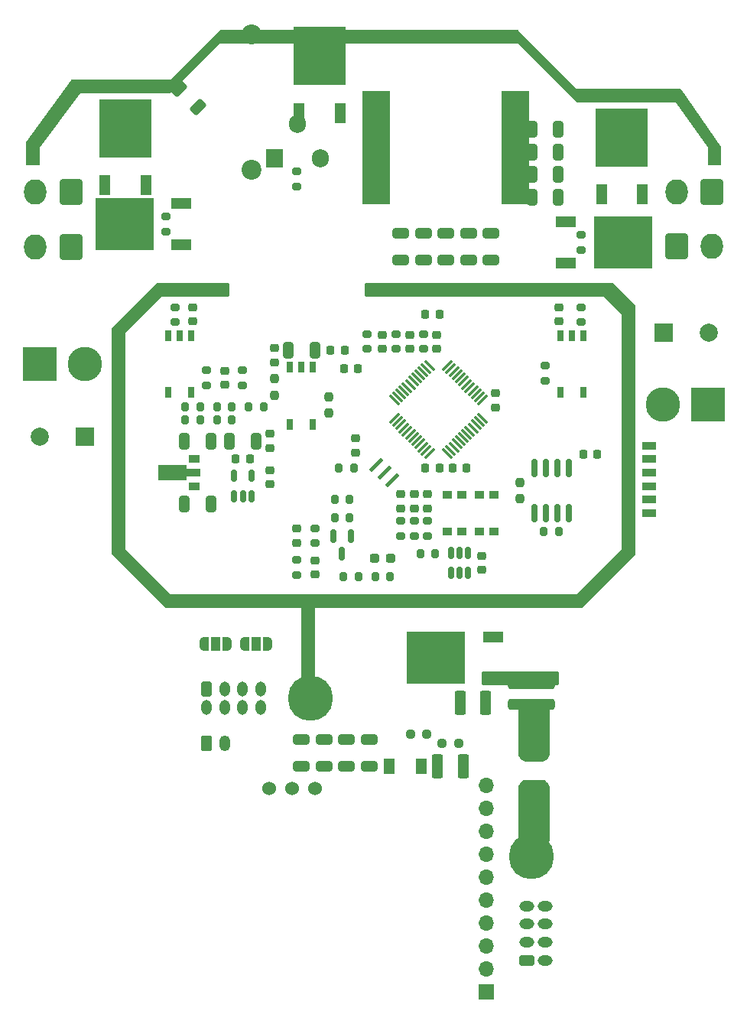
<source format=gbr>
G04 #@! TF.GenerationSoftware,KiCad,Pcbnew,(6.0.8)*
G04 #@! TF.CreationDate,2022-10-28T20:08:31+09:00*
G04 #@! TF.ProjectId,ORION_boost_v2,4f52494f-4e5f-4626-9f6f-73745f76322e,rev?*
G04 #@! TF.SameCoordinates,Original*
G04 #@! TF.FileFunction,Soldermask,Bot*
G04 #@! TF.FilePolarity,Negative*
%FSLAX46Y46*%
G04 Gerber Fmt 4.6, Leading zero omitted, Abs format (unit mm)*
G04 Created by KiCad (PCBNEW (6.0.8)) date 2022-10-28 20:08:31*
%MOMM*%
%LPD*%
G01*
G04 APERTURE LIST*
G04 Aperture macros list*
%AMRoundRect*
0 Rectangle with rounded corners*
0 $1 Rounding radius*
0 $2 $3 $4 $5 $6 $7 $8 $9 X,Y pos of 4 corners*
0 Add a 4 corners polygon primitive as box body*
4,1,4,$2,$3,$4,$5,$6,$7,$8,$9,$2,$3,0*
0 Add four circle primitives for the rounded corners*
1,1,$1+$1,$2,$3*
1,1,$1+$1,$4,$5*
1,1,$1+$1,$6,$7*
1,1,$1+$1,$8,$9*
0 Add four rect primitives between the rounded corners*
20,1,$1+$1,$2,$3,$4,$5,0*
20,1,$1+$1,$4,$5,$6,$7,0*
20,1,$1+$1,$6,$7,$8,$9,0*
20,1,$1+$1,$8,$9,$2,$3,0*%
%AMRotRect*
0 Rectangle, with rotation*
0 The origin of the aperture is its center*
0 $1 length*
0 $2 width*
0 $3 Rotation angle, in degrees counterclockwise*
0 Add horizontal line*
21,1,$1,$2,0,0,$3*%
%AMFreePoly0*
4,1,22,0.550000,-0.750000,0.000000,-0.750000,0.000000,-0.745033,-0.079941,-0.743568,-0.215256,-0.701293,-0.333266,-0.622738,-0.424486,-0.514219,-0.481581,-0.384460,-0.499164,-0.250000,-0.500000,-0.250000,-0.500000,0.250000,-0.499164,0.250000,-0.499963,0.256109,-0.478152,0.396186,-0.417904,0.524511,-0.324060,0.630769,-0.204165,0.706417,-0.067858,0.745374,0.000000,0.744959,0.000000,0.750000,
0.550000,0.750000,0.550000,-0.750000,0.550000,-0.750000,$1*%
%AMFreePoly1*
4,1,20,0.000000,0.744959,0.073905,0.744508,0.209726,0.703889,0.328688,0.626782,0.421226,0.519385,0.479903,0.390333,0.500000,0.250000,0.500000,-0.250000,0.499851,-0.262216,0.476331,-0.402017,0.414519,-0.529596,0.319384,-0.634700,0.198574,-0.708877,0.061801,-0.746166,0.000000,-0.745033,0.000000,-0.750000,-0.550000,-0.750000,-0.550000,0.750000,0.000000,0.750000,0.000000,0.744959,
0.000000,0.744959,$1*%
%AMFreePoly2*
4,1,9,3.862500,-0.866500,0.737500,-0.866500,0.737500,-0.450000,-0.737500,-0.450000,-0.737500,0.450000,0.737500,0.450000,0.737500,0.866500,3.862500,0.866500,3.862500,-0.866500,3.862500,-0.866500,$1*%
G04 Aperture macros list end*
%ADD10RoundRect,0.250000X-0.980000X-1.150000X0.980000X-1.150000X0.980000X1.150000X-0.980000X1.150000X0*%
%ADD11O,2.460000X2.800000*%
%ADD12R,3.800000X3.800000*%
%ADD13C,3.800000*%
%ADD14RoundRect,0.250000X-0.350000X-0.575000X0.350000X-0.575000X0.350000X0.575000X-0.350000X0.575000X0*%
%ADD15O,1.200000X1.650000*%
%ADD16RoundRect,0.250000X0.575000X-0.350000X0.575000X0.350000X-0.575000X0.350000X-0.575000X-0.350000X0*%
%ADD17O,1.650000X1.200000*%
%ADD18R,1.700000X1.700000*%
%ADD19O,1.700000X1.700000*%
%ADD20C,5.000000*%
%ADD21RoundRect,0.500000X-0.500000X2.000000X-0.500000X-2.000000X0.500000X-2.000000X0.500000X2.000000X0*%
%ADD22R,2.000000X2.000000*%
%ADD23C,2.000000*%
%ADD24RoundRect,0.250000X0.980000X1.150000X-0.980000X1.150000X-0.980000X-1.150000X0.980000X-1.150000X0*%
%ADD25RoundRect,0.225000X-0.575000X0.225000X-0.575000X-0.225000X0.575000X-0.225000X0.575000X0.225000X0*%
%ADD26C,1.524000*%
%ADD27RoundRect,0.250000X-0.350000X-0.625000X0.350000X-0.625000X0.350000X0.625000X-0.350000X0.625000X0*%
%ADD28O,1.200000X1.750000*%
%ADD29RoundRect,0.218750X-0.256250X0.218750X-0.256250X-0.218750X0.256250X-0.218750X0.256250X0.218750X0*%
%ADD30RoundRect,0.200000X0.275000X-0.200000X0.275000X0.200000X-0.275000X0.200000X-0.275000X-0.200000X0*%
%ADD31RoundRect,0.250000X-0.650000X0.325000X-0.650000X-0.325000X0.650000X-0.325000X0.650000X0.325000X0*%
%ADD32RoundRect,0.250000X0.325000X0.650000X-0.325000X0.650000X-0.325000X-0.650000X0.325000X-0.650000X0*%
%ADD33FreePoly0,0.000000*%
%ADD34R,1.000000X1.500000*%
%ADD35FreePoly1,0.000000*%
%ADD36RoundRect,0.200000X-0.275000X0.200000X-0.275000X-0.200000X0.275000X-0.200000X0.275000X0.200000X0*%
%ADD37RoundRect,0.225000X0.250000X-0.225000X0.250000X0.225000X-0.250000X0.225000X-0.250000X-0.225000X0*%
%ADD38RoundRect,0.250000X-0.325000X-0.650000X0.325000X-0.650000X0.325000X0.650000X-0.325000X0.650000X0*%
%ADD39RoundRect,0.237500X0.237500X-0.250000X0.237500X0.250000X-0.237500X0.250000X-0.237500X-0.250000X0*%
%ADD40RoundRect,0.150000X0.150000X-0.512500X0.150000X0.512500X-0.150000X0.512500X-0.150000X-0.512500X0*%
%ADD41RoundRect,0.250000X-0.662913X-0.220971X-0.220971X-0.662913X0.662913X0.220971X0.220971X0.662913X0*%
%ADD42RoundRect,0.200000X0.200000X0.275000X-0.200000X0.275000X-0.200000X-0.275000X0.200000X-0.275000X0*%
%ADD43RoundRect,0.225000X-0.250000X0.225000X-0.250000X-0.225000X0.250000X-0.225000X0.250000X0.225000X0*%
%ADD44RoundRect,0.218750X0.256250X-0.218750X0.256250X0.218750X-0.256250X0.218750X-0.256250X-0.218750X0*%
%ADD45R,5.800000X6.400000*%
%ADD46R,1.200000X2.200000*%
%ADD47RoundRect,0.225000X0.225000X0.250000X-0.225000X0.250000X-0.225000X-0.250000X0.225000X-0.250000X0*%
%ADD48RoundRect,0.237500X0.250000X0.237500X-0.250000X0.237500X-0.250000X-0.237500X0.250000X-0.237500X0*%
%ADD49RoundRect,0.200000X-0.200000X-0.275000X0.200000X-0.275000X0.200000X0.275000X-0.200000X0.275000X0*%
%ADD50RoundRect,0.225000X-0.225000X-0.250000X0.225000X-0.250000X0.225000X0.250000X-0.225000X0.250000X0*%
%ADD51RoundRect,0.075000X-0.415425X-0.521491X0.521491X0.415425X0.415425X0.521491X-0.521491X-0.415425X0*%
%ADD52RoundRect,0.075000X0.415425X-0.521491X0.521491X-0.415425X-0.415425X0.521491X-0.521491X0.415425X0*%
%ADD53RotRect,0.400000X1.900000X315.000000*%
%ADD54RoundRect,0.218750X-0.218750X-0.256250X0.218750X-0.256250X0.218750X0.256250X-0.218750X0.256250X0*%
%ADD55R,0.800000X1.200000*%
%ADD56RoundRect,0.250000X-0.375000X-1.075000X0.375000X-1.075000X0.375000X1.075000X-0.375000X1.075000X0*%
%ADD57RoundRect,0.237500X0.287500X0.237500X-0.287500X0.237500X-0.287500X-0.237500X0.287500X-0.237500X0*%
%ADD58RoundRect,0.250000X0.375000X1.075000X-0.375000X1.075000X-0.375000X-1.075000X0.375000X-1.075000X0*%
%ADD59R,1.905000X2.000000*%
%ADD60O,1.905000X2.000000*%
%ADD61RoundRect,0.150000X-0.150000X0.587500X-0.150000X-0.587500X0.150000X-0.587500X0.150000X0.587500X0*%
%ADD62RoundRect,0.150000X-0.150000X0.512500X-0.150000X-0.512500X0.150000X-0.512500X0.150000X0.512500X0*%
%ADD63RoundRect,0.237500X-0.237500X0.250000X-0.237500X-0.250000X0.237500X-0.250000X0.237500X0.250000X0*%
%ADD64R,1.000000X0.900000*%
%ADD65C,2.200000*%
%ADD66R,3.150000X12.500000*%
%ADD67R,2.200000X1.200000*%
%ADD68R,6.400000X5.800000*%
%ADD69RoundRect,0.250000X2.350000X-0.325000X2.350000X0.325000X-2.350000X0.325000X-2.350000X-0.325000X0*%
%ADD70R,1.300000X0.900000*%
%ADD71FreePoly2,180.000000*%
%ADD72RoundRect,0.237500X-0.250000X-0.237500X0.250000X-0.237500X0.250000X0.237500X-0.250000X0.237500X0*%
%ADD73FreePoly0,180.000000*%
%ADD74FreePoly1,180.000000*%
%ADD75RoundRect,0.150000X-0.150000X0.825000X-0.150000X-0.825000X0.150000X-0.825000X0.150000X0.825000X0*%
%ADD76R,1.300000X1.700000*%
G04 APERTURE END LIST*
D10*
X158520000Y-74950000D03*
D11*
X162480000Y-74950000D03*
D12*
X88000000Y-88000000D03*
D13*
X93000000Y-88000000D03*
D14*
X106500000Y-124000000D03*
D15*
X106500000Y-126000000D03*
X108500000Y-124000000D03*
X108500000Y-126000000D03*
X110500000Y-124000000D03*
X110500000Y-126000000D03*
X112500000Y-124000000D03*
X112500000Y-126000000D03*
D16*
X142000000Y-154000000D03*
D17*
X144000000Y-154000000D03*
X142000000Y-152000000D03*
X144000000Y-152000000D03*
X142000000Y-150000000D03*
X144000000Y-150000000D03*
X142000000Y-148000000D03*
X144000000Y-148000000D03*
D18*
X137500000Y-157500000D03*
D19*
X137500000Y-154960000D03*
X137500000Y-152420000D03*
X137500000Y-149880000D03*
X137500000Y-147340000D03*
X137500000Y-144800000D03*
X137500000Y-142260000D03*
X137500000Y-139720000D03*
X137500000Y-137180000D03*
X137500000Y-134640000D03*
D20*
X142500000Y-142500000D03*
D12*
X162000000Y-92500000D03*
D13*
X157000000Y-92500000D03*
D21*
X142500000Y-129250000D03*
X142500000Y-136750000D03*
D20*
X118000000Y-125000000D03*
D22*
X157132323Y-84500000D03*
D23*
X162132323Y-84500000D03*
D24*
X91480000Y-75050000D03*
D11*
X87520000Y-75050000D03*
D22*
X93000000Y-96000000D03*
D23*
X88000000Y-96000000D03*
D25*
X155500000Y-97000000D03*
X155500000Y-98500000D03*
X155500000Y-100000000D03*
X155500000Y-101500000D03*
X155500000Y-103000000D03*
X155500000Y-104500000D03*
D26*
X113460000Y-135000000D03*
X116000000Y-135000000D03*
X118540000Y-135000000D03*
D27*
X106500000Y-130000000D03*
D28*
X108500000Y-130000000D03*
D29*
X114000000Y-86212500D03*
X114000000Y-87787500D03*
D30*
X116500000Y-111325000D03*
X116500000Y-109675000D03*
D31*
X133000000Y-73525000D03*
X133000000Y-76475000D03*
D32*
X118475000Y-86500000D03*
X115525000Y-86500000D03*
D24*
X91480000Y-68950000D03*
D11*
X87520000Y-68950000D03*
D31*
X135500000Y-73525000D03*
X135500000Y-76475000D03*
D33*
X106200000Y-119000000D03*
D34*
X107500000Y-119000000D03*
D35*
X108800000Y-119000000D03*
D36*
X131000000Y-105350000D03*
X131000000Y-107000000D03*
D37*
X137000000Y-110775000D03*
X137000000Y-109225000D03*
D38*
X104025000Y-103500000D03*
X106975000Y-103500000D03*
D30*
X130500000Y-86325000D03*
X130500000Y-84675000D03*
D39*
X120000000Y-93412500D03*
X120000000Y-91587500D03*
D40*
X111475000Y-102637500D03*
X110525000Y-102637500D03*
X109575000Y-102637500D03*
X109575000Y-100362500D03*
X111475000Y-100362500D03*
D41*
X103465856Y-57465856D03*
X105534144Y-59534144D03*
D36*
X129500000Y-105350000D03*
X129500000Y-107000000D03*
D42*
X109300000Y-92710000D03*
X107650000Y-92710000D03*
D31*
X117000000Y-129525000D03*
X117000000Y-132475000D03*
D43*
X138500000Y-91225000D03*
X138500000Y-92775000D03*
D36*
X148000000Y-73675000D03*
X148000000Y-75325000D03*
D31*
X122000000Y-129525000D03*
X122000000Y-132475000D03*
D44*
X113525000Y-97287500D03*
X113525000Y-95712500D03*
D30*
X106500000Y-90325000D03*
X106500000Y-88675000D03*
D45*
X152500000Y-62900000D03*
D46*
X150220000Y-69200000D03*
X154780000Y-69200000D03*
D43*
X129000000Y-84725000D03*
X129000000Y-86275000D03*
D30*
X118500000Y-107825000D03*
X118500000Y-106175000D03*
D47*
X132275000Y-82500000D03*
X130725000Y-82500000D03*
D48*
X134412500Y-130000000D03*
X132587500Y-130000000D03*
D42*
X122325000Y-105000000D03*
X120675000Y-105000000D03*
D36*
X128000000Y-105350000D03*
X128000000Y-107000000D03*
D49*
X121675000Y-111500000D03*
X123325000Y-111500000D03*
X125175000Y-111500000D03*
X126825000Y-111500000D03*
D42*
X105800000Y-94200000D03*
X104150000Y-94200000D03*
D43*
X116500000Y-106225000D03*
X116500000Y-107775000D03*
D50*
X121725000Y-88500000D03*
X123275000Y-88500000D03*
D51*
X131176212Y-97887876D03*
X130822658Y-97534322D03*
X130469105Y-97180769D03*
X130115551Y-96827215D03*
X129761998Y-96473662D03*
X129408445Y-96120109D03*
X129054891Y-95766555D03*
X128701338Y-95413002D03*
X128347785Y-95059449D03*
X127994231Y-94705895D03*
X127640678Y-94352342D03*
X127287124Y-93998788D03*
D52*
X127287124Y-92001212D03*
X127640678Y-91647658D03*
X127994231Y-91294105D03*
X128347785Y-90940551D03*
X128701338Y-90586998D03*
X129054891Y-90233445D03*
X129408445Y-89879891D03*
X129761998Y-89526338D03*
X130115551Y-89172785D03*
X130469105Y-88819231D03*
X130822658Y-88465678D03*
X131176212Y-88112124D03*
D51*
X133173788Y-88112124D03*
X133527342Y-88465678D03*
X133880895Y-88819231D03*
X134234449Y-89172785D03*
X134588002Y-89526338D03*
X134941555Y-89879891D03*
X135295109Y-90233445D03*
X135648662Y-90586998D03*
X136002215Y-90940551D03*
X136355769Y-91294105D03*
X136709322Y-91647658D03*
X137062876Y-92001212D03*
D52*
X137062876Y-93998788D03*
X136709322Y-94352342D03*
X136355769Y-94705895D03*
X136002215Y-95059449D03*
X135648662Y-95413002D03*
X135295109Y-95766555D03*
X134941555Y-96120109D03*
X134588002Y-96473662D03*
X134234449Y-96827215D03*
X133880895Y-97180769D03*
X133527342Y-97534322D03*
X133173788Y-97887876D03*
D47*
X132275000Y-99500000D03*
X130725000Y-99500000D03*
D53*
X125326472Y-99151472D03*
X126175000Y-100000000D03*
X127023528Y-100848528D03*
D54*
X148212500Y-98000000D03*
X149787500Y-98000000D03*
D38*
X142525000Y-64500000D03*
X145475000Y-64500000D03*
D55*
X104770000Y-91150000D03*
X102230000Y-91150000D03*
X102230000Y-84850000D03*
X103500000Y-84850000D03*
X104770000Y-84850000D03*
D42*
X105800000Y-92700000D03*
X104150000Y-92700000D03*
D56*
X132100000Y-132500000D03*
X134900000Y-132500000D03*
D37*
X108500000Y-90275000D03*
X108500000Y-88725000D03*
D31*
X138000000Y-73525000D03*
X138000000Y-76475000D03*
D30*
X102000000Y-73325000D03*
X102000000Y-71675000D03*
D57*
X126875000Y-109500000D03*
X125125000Y-109500000D03*
D58*
X137400000Y-125500000D03*
X134600000Y-125500000D03*
D43*
X132000000Y-84725000D03*
X132000000Y-86275000D03*
D59*
X114000000Y-65217500D03*
D60*
X116540000Y-61407500D03*
X119080000Y-65217500D03*
D61*
X120550000Y-107062500D03*
X122450000Y-107062500D03*
X121500000Y-108937500D03*
D30*
X127500000Y-86325000D03*
X127500000Y-84675000D03*
D49*
X121175000Y-99500000D03*
X122825000Y-99500000D03*
D62*
X133550000Y-108862500D03*
X134500000Y-108862500D03*
X135450000Y-108862500D03*
X135450000Y-111137500D03*
X134500000Y-111137500D03*
X133550000Y-111137500D03*
D47*
X135275000Y-99500000D03*
X133725000Y-99500000D03*
D42*
X109290000Y-94180000D03*
X107640000Y-94180000D03*
D63*
X114000000Y-89587500D03*
X114000000Y-91412500D03*
D38*
X109050000Y-96500000D03*
X112000000Y-96500000D03*
D37*
X145500000Y-83275000D03*
X145500000Y-81725000D03*
D43*
X126000000Y-84725000D03*
X126000000Y-86275000D03*
D63*
X141175000Y-101087500D03*
X141175000Y-102912500D03*
D55*
X148270000Y-91150000D03*
X145730000Y-91150000D03*
X145730000Y-84850000D03*
X147000000Y-84850000D03*
X148270000Y-84850000D03*
D64*
X134800000Y-102450000D03*
X134800000Y-106550000D03*
X133200000Y-102450000D03*
X133200000Y-106550000D03*
D31*
X124500000Y-129525000D03*
X124500000Y-132475000D03*
D29*
X128000000Y-102387500D03*
X128000000Y-103962500D03*
D30*
X116500000Y-68325000D03*
X116500000Y-66675000D03*
D29*
X131000000Y-102387500D03*
X131000000Y-103962500D03*
D31*
X128000000Y-73525000D03*
X128000000Y-76475000D03*
D65*
X111500000Y-66500000D03*
X111500000Y-51500000D03*
D24*
X162480000Y-68950000D03*
D11*
X158520000Y-68950000D03*
D36*
X110500000Y-88675000D03*
X110500000Y-90325000D03*
D66*
X140675000Y-64000000D03*
X125325000Y-64000000D03*
D37*
X123000000Y-97775000D03*
X123000000Y-96225000D03*
D29*
X129500000Y-102387500D03*
X129500000Y-103962500D03*
D67*
X138200000Y-118220000D03*
D68*
X131900000Y-120500000D03*
D67*
X138200000Y-122780000D03*
D54*
X109737500Y-98500000D03*
X111312500Y-98500000D03*
D37*
X113525000Y-101275000D03*
X113525000Y-99725000D03*
D45*
X97500000Y-61900000D03*
D46*
X95220000Y-68200000D03*
X99780000Y-68200000D03*
D45*
X119000000Y-53900000D03*
D46*
X121280000Y-60200000D03*
X116720000Y-60200000D03*
D42*
X112800000Y-92700000D03*
X111150000Y-92700000D03*
D69*
X142500000Y-125625000D03*
X142500000Y-123375000D03*
D43*
X105000000Y-81725000D03*
X105000000Y-83275000D03*
D38*
X142525000Y-62000000D03*
X145475000Y-62000000D03*
D70*
X105150000Y-98500000D03*
D71*
X105062500Y-100000000D03*
D70*
X105150000Y-101500000D03*
D55*
X118270000Y-94650000D03*
X115730000Y-94650000D03*
X115730000Y-88350000D03*
X117000000Y-88350000D03*
X118270000Y-88350000D03*
D38*
X104050000Y-96500000D03*
X107000000Y-96500000D03*
D29*
X118500000Y-109712500D03*
X118500000Y-111287500D03*
D72*
X129087500Y-129000000D03*
X130912500Y-129000000D03*
D50*
X120225000Y-86500000D03*
X121775000Y-86500000D03*
D38*
X142525000Y-69500000D03*
X145475000Y-69500000D03*
D31*
X119500000Y-129525000D03*
X119500000Y-132475000D03*
D30*
X103000000Y-83325000D03*
X103000000Y-81675000D03*
D73*
X113300000Y-119000000D03*
D34*
X112000000Y-119000000D03*
D74*
X110700000Y-119000000D03*
D38*
X142525000Y-67000000D03*
X145475000Y-67000000D03*
D64*
X138300000Y-102450000D03*
X138300000Y-106550000D03*
X136700000Y-106550000D03*
X136700000Y-102450000D03*
D42*
X131825000Y-109000000D03*
X130175000Y-109000000D03*
D67*
X103700000Y-70220000D03*
D68*
X97400000Y-72500000D03*
D67*
X103700000Y-74780000D03*
D49*
X120675000Y-103000000D03*
X122325000Y-103000000D03*
D75*
X142770000Y-99525000D03*
X144040000Y-99525000D03*
X145310000Y-99525000D03*
X146580000Y-99525000D03*
X146580000Y-104475000D03*
X145310000Y-104475000D03*
X144040000Y-104475000D03*
X142770000Y-104475000D03*
D76*
X126750000Y-132500000D03*
X130250000Y-132500000D03*
D30*
X148000000Y-83325000D03*
X148000000Y-81675000D03*
X144000000Y-89825000D03*
X144000000Y-88175000D03*
D42*
X145500000Y-106500000D03*
X143850000Y-106500000D03*
D30*
X124287142Y-86325000D03*
X124287142Y-84675000D03*
D67*
X146300000Y-76780000D03*
D68*
X152600000Y-74500000D03*
D67*
X146300000Y-72220000D03*
D31*
X130500000Y-73525000D03*
X130500000Y-76475000D03*
G36*
X143506163Y-134000607D02*
G01*
X143682737Y-134017998D01*
X143706963Y-134022816D01*
X143870809Y-134072518D01*
X143893629Y-134081971D01*
X144044628Y-134162681D01*
X144065166Y-134176404D01*
X144197515Y-134285020D01*
X144214980Y-134302485D01*
X144323596Y-134434834D01*
X144337319Y-134455372D01*
X144418029Y-134606371D01*
X144427482Y-134629191D01*
X144477184Y-134793037D01*
X144482002Y-134817263D01*
X144499393Y-134993837D01*
X144500000Y-135006187D01*
X144500000Y-140493813D01*
X144499393Y-140506163D01*
X144482002Y-140682737D01*
X144477184Y-140706963D01*
X144427482Y-140870809D01*
X144418029Y-140893629D01*
X144337319Y-141044628D01*
X144323596Y-141065166D01*
X144214980Y-141197515D01*
X144197515Y-141214980D01*
X144065166Y-141323596D01*
X144044628Y-141337319D01*
X143893629Y-141418029D01*
X143870809Y-141427482D01*
X143706963Y-141477184D01*
X143682737Y-141482002D01*
X143506163Y-141499393D01*
X143493813Y-141500000D01*
X142006187Y-141500000D01*
X141993837Y-141499393D01*
X141817263Y-141482002D01*
X141793037Y-141477184D01*
X141629191Y-141427482D01*
X141606371Y-141418029D01*
X141455372Y-141337319D01*
X141434834Y-141323596D01*
X141302485Y-141214980D01*
X141285020Y-141197515D01*
X141176404Y-141065166D01*
X141162681Y-141044628D01*
X141081971Y-140893629D01*
X141072518Y-140870809D01*
X141022816Y-140706963D01*
X141017998Y-140682737D01*
X141000607Y-140506163D01*
X141000000Y-140493813D01*
X141000000Y-135006187D01*
X141000607Y-134993837D01*
X141017998Y-134817263D01*
X141022816Y-134793037D01*
X141072518Y-134629191D01*
X141081971Y-134606371D01*
X141162681Y-134455372D01*
X141176404Y-134434834D01*
X141285020Y-134302485D01*
X141302485Y-134285020D01*
X141434834Y-134176404D01*
X141455372Y-134162681D01*
X141606371Y-134081971D01*
X141629191Y-134072518D01*
X141793037Y-134022816D01*
X141817263Y-134017998D01*
X141993837Y-134000607D01*
X142006187Y-134000000D01*
X143493813Y-134000000D01*
X143506163Y-134000607D01*
G37*
G36*
X108942121Y-79020002D02*
G01*
X108988614Y-79073658D01*
X109000000Y-79126000D01*
X109000000Y-80374000D01*
X108979998Y-80442121D01*
X108926342Y-80488614D01*
X108874000Y-80500000D01*
X101518115Y-80500000D01*
X101492470Y-80507530D01*
X97512812Y-84487188D01*
X97500000Y-84510650D01*
X97500000Y-108481885D01*
X97507530Y-108507530D01*
X102487188Y-113487188D01*
X102510650Y-113500000D01*
X147481885Y-113500000D01*
X147507530Y-113492470D01*
X152487188Y-108512812D01*
X152500000Y-108489350D01*
X152500000Y-82518115D01*
X152492470Y-82492470D01*
X150512812Y-80512812D01*
X150489350Y-80500000D01*
X124126000Y-80500000D01*
X124057879Y-80479998D01*
X124011386Y-80426342D01*
X124000000Y-80374000D01*
X124000000Y-79126000D01*
X124020002Y-79057879D01*
X124073658Y-79011386D01*
X124126000Y-79000000D01*
X151447810Y-79000000D01*
X151515931Y-79020002D01*
X151536905Y-79036905D01*
X153963095Y-81463095D01*
X153997121Y-81525407D01*
X154000000Y-81552190D01*
X154000000Y-108947810D01*
X153979998Y-109015931D01*
X153963095Y-109036905D01*
X148036905Y-114963095D01*
X147974593Y-114997121D01*
X147947810Y-115000000D01*
X118518115Y-115000000D01*
X118502876Y-115004475D01*
X118501671Y-115005865D01*
X118500000Y-115013548D01*
X118500000Y-122874000D01*
X118479998Y-122942121D01*
X118426342Y-122988614D01*
X118374000Y-123000000D01*
X117126000Y-123000000D01*
X117057879Y-122979998D01*
X117011386Y-122926342D01*
X117000000Y-122874000D01*
X117000000Y-115018115D01*
X116995525Y-115002876D01*
X116994135Y-115001671D01*
X116986452Y-115000000D01*
X102052190Y-115000000D01*
X101984069Y-114979998D01*
X101963095Y-114963095D01*
X96036905Y-109036905D01*
X96002879Y-108974593D01*
X96000000Y-108947810D01*
X96000000Y-84052190D01*
X96020002Y-83984069D01*
X96036905Y-83963095D01*
X100963095Y-79036905D01*
X101025407Y-79002879D01*
X101052190Y-79000000D01*
X108874000Y-79000000D01*
X108942121Y-79020002D01*
G37*
G36*
X143506163Y-125500607D02*
G01*
X143682737Y-125517998D01*
X143706963Y-125522816D01*
X143870809Y-125572518D01*
X143893629Y-125581971D01*
X144044628Y-125662681D01*
X144065166Y-125676404D01*
X144197515Y-125785020D01*
X144214980Y-125802485D01*
X144323596Y-125934834D01*
X144337319Y-125955372D01*
X144418029Y-126106371D01*
X144427482Y-126129191D01*
X144477184Y-126293037D01*
X144482002Y-126317263D01*
X144499393Y-126493837D01*
X144500000Y-126506187D01*
X144500000Y-130993813D01*
X144499393Y-131006163D01*
X144482002Y-131182737D01*
X144477184Y-131206963D01*
X144427482Y-131370809D01*
X144418029Y-131393629D01*
X144337319Y-131544628D01*
X144323596Y-131565166D01*
X144214980Y-131697515D01*
X144197515Y-131714980D01*
X144065166Y-131823596D01*
X144044628Y-131837319D01*
X143893629Y-131918029D01*
X143870809Y-131927482D01*
X143706963Y-131977184D01*
X143682737Y-131982002D01*
X143506163Y-131999393D01*
X143493813Y-132000000D01*
X142006187Y-132000000D01*
X141993837Y-131999393D01*
X141817263Y-131982002D01*
X141793037Y-131977184D01*
X141629191Y-131927482D01*
X141606371Y-131918029D01*
X141455372Y-131837319D01*
X141434834Y-131823596D01*
X141302485Y-131714980D01*
X141285020Y-131697515D01*
X141176404Y-131565166D01*
X141162681Y-131544628D01*
X141081971Y-131393629D01*
X141072518Y-131370809D01*
X141022816Y-131206963D01*
X141017998Y-131182737D01*
X141000607Y-131006163D01*
X141000000Y-130993813D01*
X141000000Y-126506187D01*
X141000607Y-126493837D01*
X141017998Y-126317263D01*
X141022816Y-126293037D01*
X141072518Y-126129191D01*
X141081971Y-126106371D01*
X141162681Y-125955372D01*
X141176404Y-125934834D01*
X141285020Y-125802485D01*
X141302485Y-125785020D01*
X141434834Y-125676404D01*
X141455372Y-125662681D01*
X141606371Y-125581971D01*
X141629191Y-125572518D01*
X141793037Y-125522816D01*
X141817263Y-125517998D01*
X141993837Y-125500607D01*
X142006187Y-125500000D01*
X143493813Y-125500000D01*
X143506163Y-125500607D01*
G37*
G36*
X141015931Y-51020002D02*
G01*
X141036905Y-51036905D01*
X147487188Y-57487188D01*
X147510650Y-57500000D01*
X158933982Y-57500000D01*
X159002103Y-57520002D01*
X159037578Y-57554280D01*
X163477596Y-63967639D01*
X163500000Y-64039359D01*
X163500000Y-65874000D01*
X163479998Y-65942121D01*
X163426342Y-65988614D01*
X163374000Y-66000000D01*
X162126000Y-66000000D01*
X162057879Y-65979998D01*
X162011386Y-65926342D01*
X162000000Y-65874000D01*
X162000000Y-64019390D01*
X161988881Y-63984115D01*
X158510389Y-59014842D01*
X158493171Y-59001075D01*
X158487712Y-59000000D01*
X147552190Y-59000000D01*
X147484069Y-58979998D01*
X147463095Y-58963095D01*
X141012812Y-52512812D01*
X140989350Y-52500000D01*
X108018115Y-52500000D01*
X107992470Y-52507530D01*
X102536905Y-57963095D01*
X102474593Y-57997121D01*
X102447810Y-58000000D01*
X92518115Y-58000000D01*
X92495917Y-58006518D01*
X92493253Y-58008996D01*
X88010870Y-63985507D01*
X88000000Y-64014570D01*
X88000000Y-65874000D01*
X87979998Y-65942121D01*
X87926342Y-65988614D01*
X87874000Y-66000000D01*
X86626000Y-66000000D01*
X86557879Y-65979998D01*
X86511386Y-65926342D01*
X86500000Y-65874000D01*
X86500000Y-63540378D01*
X86523470Y-63467142D01*
X91462311Y-56552764D01*
X91518181Y-56508958D01*
X91564841Y-56500000D01*
X102481885Y-56500000D01*
X102507530Y-56492470D01*
X107963095Y-51036905D01*
X108025407Y-51002879D01*
X108052190Y-51000000D01*
X140947810Y-51000000D01*
X141015931Y-51020002D01*
G37*
G36*
X145442121Y-122020002D02*
G01*
X145488614Y-122073658D01*
X145500000Y-122126000D01*
X145500000Y-123374000D01*
X145479998Y-123442121D01*
X145426342Y-123488614D01*
X145374000Y-123500000D01*
X137126000Y-123500000D01*
X137057879Y-123479998D01*
X137011386Y-123426342D01*
X137000000Y-123374000D01*
X137000000Y-122126000D01*
X137020002Y-122057879D01*
X137073658Y-122011386D01*
X137126000Y-122000000D01*
X145374000Y-122000000D01*
X145442121Y-122020002D01*
G37*
M02*

</source>
